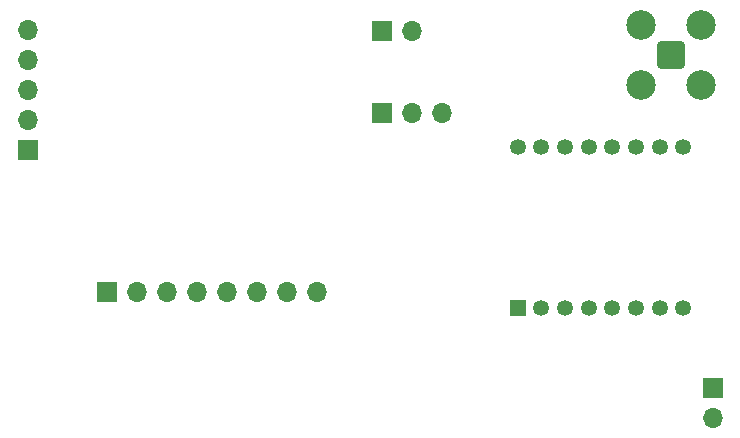
<source format=gbs>
%TF.GenerationSoftware,KiCad,Pcbnew,8.0.0*%
%TF.CreationDate,2024-03-05T15:49:07-06:00*%
%TF.ProjectId,handheld_tracker,68616e64-6865-46c6-945f-747261636b65,rev?*%
%TF.SameCoordinates,Original*%
%TF.FileFunction,Soldermask,Bot*%
%TF.FilePolarity,Negative*%
%FSLAX46Y46*%
G04 Gerber Fmt 4.6, Leading zero omitted, Abs format (unit mm)*
G04 Created by KiCad (PCBNEW 8.0.0) date 2024-03-05 15:49:07*
%MOMM*%
%LPD*%
G01*
G04 APERTURE LIST*
G04 Aperture macros list*
%AMRoundRect*
0 Rectangle with rounded corners*
0 $1 Rounding radius*
0 $2 $3 $4 $5 $6 $7 $8 $9 X,Y pos of 4 corners*
0 Add a 4 corners polygon primitive as box body*
4,1,4,$2,$3,$4,$5,$6,$7,$8,$9,$2,$3,0*
0 Add four circle primitives for the rounded corners*
1,1,$1+$1,$2,$3*
1,1,$1+$1,$4,$5*
1,1,$1+$1,$6,$7*
1,1,$1+$1,$8,$9*
0 Add four rect primitives between the rounded corners*
20,1,$1+$1,$2,$3,$4,$5,0*
20,1,$1+$1,$4,$5,$6,$7,0*
20,1,$1+$1,$6,$7,$8,$9,0*
20,1,$1+$1,$8,$9,$2,$3,0*%
G04 Aperture macros list end*
%ADD10R,1.700000X1.700000*%
%ADD11O,1.700000X1.700000*%
%ADD12RoundRect,0.200100X-0.949900X-0.949900X0.949900X-0.949900X0.949900X0.949900X-0.949900X0.949900X0*%
%ADD13C,2.500000*%
%ADD14R,1.350000X1.350000*%
%ADD15C,1.350000*%
G04 APERTURE END LIST*
D10*
%TO.C,J5*%
X139500000Y-56000000D03*
D11*
X142040000Y-56000000D03*
X144580000Y-56000000D03*
%TD*%
D10*
%TO.C,J4*%
X109500000Y-59075000D03*
D11*
X109500000Y-56535000D03*
X109500000Y-53995000D03*
X109500000Y-51455000D03*
X109500000Y-48915000D03*
%TD*%
D12*
%TO.C,AE1*%
X163960000Y-51040000D03*
D13*
X161420000Y-48500000D03*
X161420000Y-53580000D03*
X166500000Y-48500000D03*
X166500000Y-53580000D03*
%TD*%
D10*
%TO.C,J2*%
X167500000Y-79225000D03*
D11*
X167500000Y-81765000D03*
%TD*%
D10*
%TO.C,J1*%
X116225000Y-71100000D03*
D11*
X118765000Y-71100000D03*
X121305000Y-71100000D03*
X123845000Y-71100000D03*
X126385000Y-71100000D03*
X128925000Y-71100000D03*
X131465000Y-71100000D03*
X134005000Y-71100000D03*
%TD*%
D10*
%TO.C,J3*%
X139485000Y-49000000D03*
D11*
X142025000Y-49000000D03*
%TD*%
D14*
%TO.C,U2*%
X151000000Y-72500000D03*
D15*
X153000000Y-72500000D03*
X155000000Y-72500000D03*
X157000000Y-72500000D03*
X159000000Y-72500000D03*
X161000000Y-72500000D03*
X163000000Y-72500000D03*
X165000000Y-72500000D03*
X165000000Y-58900000D03*
X163000000Y-58900000D03*
X161000000Y-58900000D03*
X159000000Y-58900000D03*
X157000000Y-58900000D03*
X155000000Y-58900000D03*
X153000000Y-58900000D03*
X151000000Y-58900000D03*
%TD*%
M02*

</source>
